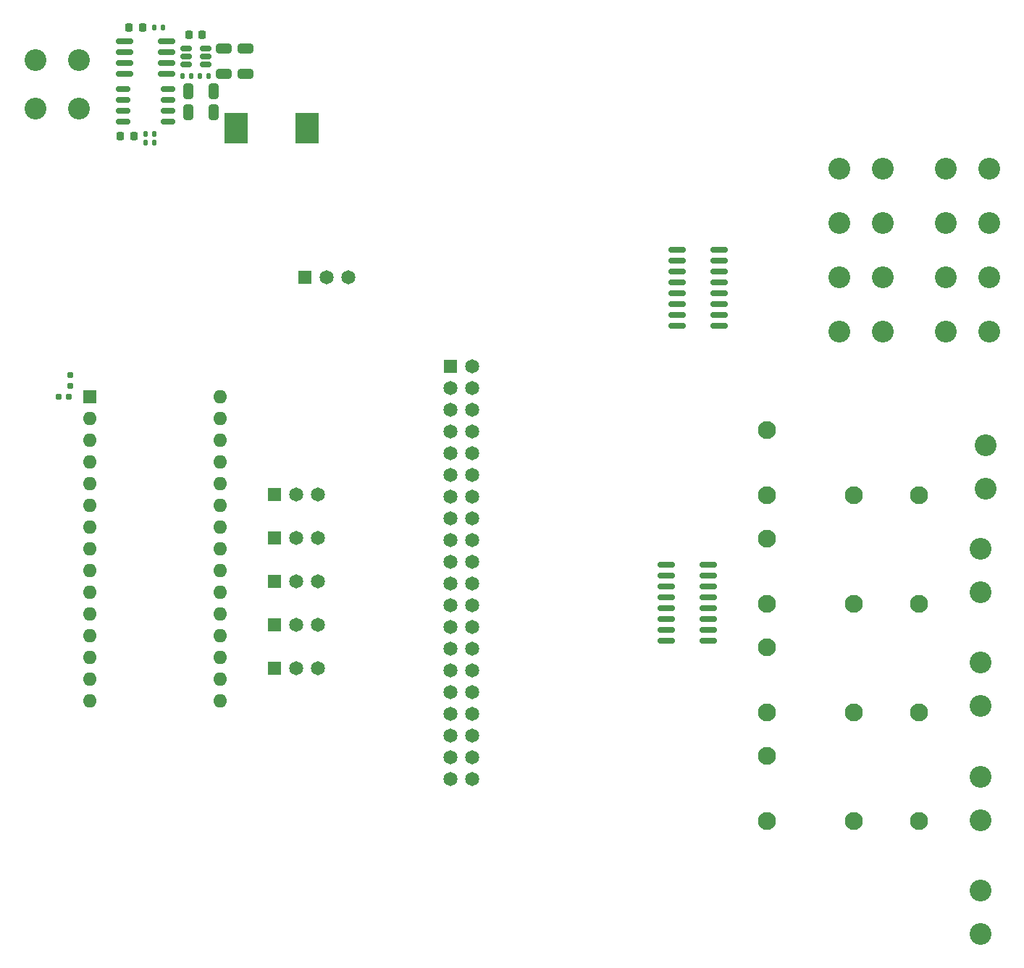
<source format=gbr>
%TF.GenerationSoftware,KiCad,Pcbnew,6.0.8-f2edbf62ab~116~ubuntu20.04.1*%
%TF.CreationDate,2022-10-25T18:56:44-07:00*%
%TF.ProjectId,Control_Board,436f6e74-726f-46c5-9f42-6f6172642e6b,rev?*%
%TF.SameCoordinates,Original*%
%TF.FileFunction,Soldermask,Top*%
%TF.FilePolarity,Negative*%
%FSLAX46Y46*%
G04 Gerber Fmt 4.6, Leading zero omitted, Abs format (unit mm)*
G04 Created by KiCad (PCBNEW 6.0.8-f2edbf62ab~116~ubuntu20.04.1) date 2022-10-25 18:56:44*
%MOMM*%
%LPD*%
G01*
G04 APERTURE LIST*
G04 Aperture macros list*
%AMRoundRect*
0 Rectangle with rounded corners*
0 $1 Rounding radius*
0 $2 $3 $4 $5 $6 $7 $8 $9 X,Y pos of 4 corners*
0 Add a 4 corners polygon primitive as box body*
4,1,4,$2,$3,$4,$5,$6,$7,$8,$9,$2,$3,0*
0 Add four circle primitives for the rounded corners*
1,1,$1+$1,$2,$3*
1,1,$1+$1,$4,$5*
1,1,$1+$1,$6,$7*
1,1,$1+$1,$8,$9*
0 Add four rect primitives between the rounded corners*
20,1,$1+$1,$2,$3,$4,$5,0*
20,1,$1+$1,$4,$5,$6,$7,0*
20,1,$1+$1,$6,$7,$8,$9,0*
20,1,$1+$1,$8,$9,$2,$3,0*%
G04 Aperture macros list end*
%ADD10R,1.650000X1.650000*%
%ADD11C,1.650000*%
%ADD12R,1.600000X1.600000*%
%ADD13O,1.600000X1.600000*%
%ADD14R,2.700000X3.600000*%
%ADD15RoundRect,0.250000X-0.650000X0.325000X-0.650000X-0.325000X0.650000X-0.325000X0.650000X0.325000X0*%
%ADD16C,2.550000*%
%ADD17RoundRect,0.135000X0.135000X0.185000X-0.135000X0.185000X-0.135000X-0.185000X0.135000X-0.185000X0*%
%ADD18C,2.100000*%
%ADD19RoundRect,0.160000X0.197500X0.160000X-0.197500X0.160000X-0.197500X-0.160000X0.197500X-0.160000X0*%
%ADD20RoundRect,0.218750X0.218750X0.256250X-0.218750X0.256250X-0.218750X-0.256250X0.218750X-0.256250X0*%
%ADD21RoundRect,0.250000X-0.325000X-0.650000X0.325000X-0.650000X0.325000X0.650000X-0.325000X0.650000X0*%
%ADD22RoundRect,0.150000X-0.675000X-0.150000X0.675000X-0.150000X0.675000X0.150000X-0.675000X0.150000X0*%
%ADD23RoundRect,0.150000X-0.512500X-0.150000X0.512500X-0.150000X0.512500X0.150000X-0.512500X0.150000X0*%
%ADD24RoundRect,0.150000X-0.825000X-0.150000X0.825000X-0.150000X0.825000X0.150000X-0.825000X0.150000X0*%
%ADD25RoundRect,0.160000X-0.160000X0.197500X-0.160000X-0.197500X0.160000X-0.197500X0.160000X0.197500X0*%
%ADD26RoundRect,0.150000X0.825000X0.150000X-0.825000X0.150000X-0.825000X-0.150000X0.825000X-0.150000X0*%
%ADD27RoundRect,0.225000X-0.225000X-0.250000X0.225000X-0.250000X0.225000X0.250000X-0.225000X0.250000X0*%
G04 APERTURE END LIST*
D10*
%TO.C,A4*%
X68580000Y-90170000D03*
D11*
X71120000Y-90170000D03*
X73660000Y-90170000D03*
%TD*%
D12*
%TO.C,A1*%
X47000000Y-78740000D03*
D13*
X47000000Y-81280000D03*
X47000000Y-83820000D03*
X47000000Y-86360000D03*
X47000000Y-88900000D03*
X47000000Y-91440000D03*
X47000000Y-93980000D03*
X47000000Y-96520000D03*
X47000000Y-99060000D03*
X47000000Y-101600000D03*
X47000000Y-104140000D03*
X47000000Y-106680000D03*
X47000000Y-109220000D03*
X47000000Y-111760000D03*
X47000000Y-114300000D03*
X62240000Y-114300000D03*
X62240000Y-111760000D03*
X62240000Y-109220000D03*
X62240000Y-106680000D03*
X62240000Y-104140000D03*
X62240000Y-101600000D03*
X62240000Y-99060000D03*
X62240000Y-96520000D03*
X62240000Y-93980000D03*
X62240000Y-91440000D03*
X62240000Y-88900000D03*
X62240000Y-86360000D03*
X62240000Y-83820000D03*
X62240000Y-81280000D03*
X62240000Y-78740000D03*
%TD*%
D14*
%TO.C,L1*%
X72398000Y-47371000D03*
X64098000Y-47371000D03*
%TD*%
D15*
%TO.C,C2*%
X65229000Y-38022000D03*
X65229000Y-40972000D03*
%TD*%
D16*
%TO.C,J112*%
X151130000Y-128270000D03*
X151130000Y-123190000D03*
%TD*%
D17*
%TO.C,R6*%
X54563000Y-49022000D03*
X53543000Y-49022000D03*
%TD*%
D18*
%TO.C,K2*%
X126160000Y-103020000D03*
X136320000Y-103020000D03*
X143940000Y-103020000D03*
X126160000Y-95400000D03*
%TD*%
D10*
%TO.C,A0*%
X68580000Y-110490000D03*
D11*
X71120000Y-110490000D03*
X73660000Y-110490000D03*
%TD*%
D19*
%TO.C,R2*%
X44539500Y-78740000D03*
X43344500Y-78740000D03*
%TD*%
D16*
%TO.C,J\u002A\u002A*%
X139700000Y-64770000D03*
X134620000Y-64770000D03*
%TD*%
%TO.C,J2*%
X40640000Y-39435000D03*
X45720000Y-39435000D03*
%TD*%
D20*
%TO.C,D2*%
X52173500Y-48260000D03*
X50598500Y-48260000D03*
%TD*%
D21*
%TO.C,C5*%
X58518000Y-45466000D03*
X61468000Y-45466000D03*
%TD*%
D22*
%TO.C,Q2*%
X50920000Y-42799000D03*
X50920000Y-44069000D03*
X50920000Y-45339000D03*
X50920000Y-46609000D03*
X56170000Y-46609000D03*
X56170000Y-45339000D03*
X56170000Y-44069000D03*
X56170000Y-42799000D03*
%TD*%
D17*
%TO.C,R7*%
X54563000Y-48006000D03*
X53543000Y-48006000D03*
%TD*%
D16*
%TO.C,J\u002A\u002A*%
X152146000Y-58420000D03*
X147066000Y-58420000D03*
%TD*%
%TO.C,J\u002A\u002A*%
X139700000Y-52070000D03*
X134620000Y-52070000D03*
%TD*%
%TO.C,J5*%
X151130000Y-101600000D03*
X151130000Y-96520000D03*
%TD*%
%TO.C,J4*%
X151765000Y-89535000D03*
X151765000Y-84455000D03*
%TD*%
D17*
%TO.C,R4*%
X58881000Y-41275000D03*
X57861000Y-41275000D03*
%TD*%
D10*
%TO.C,J1*%
X89154000Y-75184000D03*
D11*
X91694000Y-75184000D03*
X89154000Y-77724000D03*
X91694000Y-77724000D03*
X89154000Y-80264000D03*
X91694000Y-80264000D03*
X89154000Y-82804000D03*
X91694000Y-82804000D03*
X89154000Y-85344000D03*
X91694000Y-85344000D03*
X89154000Y-87884000D03*
X91694000Y-87884000D03*
X89154000Y-90424000D03*
X91694000Y-90424000D03*
X89154000Y-92964000D03*
X91694000Y-92964000D03*
X89154000Y-95504000D03*
X91694000Y-95504000D03*
X89154000Y-98044000D03*
X91694000Y-98044000D03*
X89154000Y-100584000D03*
X91694000Y-100584000D03*
X89154000Y-103124000D03*
X91694000Y-103124000D03*
X89154000Y-105664000D03*
X91694000Y-105664000D03*
X89154000Y-108204000D03*
X91694000Y-108204000D03*
X89154000Y-110744000D03*
X91694000Y-110744000D03*
X89154000Y-113284000D03*
X91694000Y-113284000D03*
X89154000Y-115824000D03*
X91694000Y-115824000D03*
X89154000Y-118364000D03*
X91694000Y-118364000D03*
X89154000Y-120904000D03*
X91694000Y-120904000D03*
X89154000Y-123444000D03*
X91694000Y-123444000D03*
%TD*%
D18*
%TO.C,K3*%
X126160000Y-115720000D03*
X136320000Y-115720000D03*
X143940000Y-115720000D03*
X126160000Y-108100000D03*
%TD*%
D20*
%TO.C,D1*%
X53189500Y-35560000D03*
X51614500Y-35560000D03*
%TD*%
D17*
%TO.C,R5*%
X60913000Y-41275000D03*
X59893000Y-41275000D03*
%TD*%
D10*
%TO.C,A3*%
X68580000Y-95250000D03*
D11*
X71120000Y-95250000D03*
X73660000Y-95250000D03*
%TD*%
D23*
%TO.C,U3*%
X58249500Y-38039000D03*
X58249500Y-38989000D03*
X58249500Y-39939000D03*
X60524500Y-39939000D03*
X60524500Y-38989000D03*
X60524500Y-38039000D03*
%TD*%
D24*
%TO.C,U2*%
X115635000Y-61595000D03*
X115635000Y-62865000D03*
X115635000Y-64135000D03*
X115635000Y-65405000D03*
X115635000Y-66675000D03*
X115635000Y-67945000D03*
X115635000Y-69215000D03*
X115635000Y-70485000D03*
X120585000Y-70485000D03*
X120585000Y-69215000D03*
X120585000Y-67945000D03*
X120585000Y-66675000D03*
X120585000Y-65405000D03*
X120585000Y-64135000D03*
X120585000Y-62865000D03*
X120585000Y-61595000D03*
%TD*%
D21*
%TO.C,C4*%
X58518000Y-43053000D03*
X61468000Y-43053000D03*
%TD*%
D10*
%TO.C,A2*%
X68580000Y-100330000D03*
D11*
X71120000Y-100330000D03*
X73660000Y-100330000D03*
%TD*%
D18*
%TO.C,K4*%
X126160000Y-128420000D03*
X136320000Y-128420000D03*
X143940000Y-128420000D03*
X126160000Y-120800000D03*
%TD*%
D25*
%TO.C,R1*%
X44704000Y-76275000D03*
X44704000Y-77470000D03*
%TD*%
D10*
%TO.C,A1*%
X68580000Y-105410000D03*
D11*
X71120000Y-105410000D03*
X73660000Y-105410000D03*
%TD*%
D16*
%TO.C,J3*%
X40640000Y-45085000D03*
X45720000Y-45085000D03*
%TD*%
D15*
%TO.C,C1*%
X62689000Y-38022000D03*
X62689000Y-40972000D03*
%TD*%
D16*
%TO.C,J\u002A\u002A*%
X152146000Y-71120000D03*
X147066000Y-71120000D03*
%TD*%
%TO.C,J6*%
X151130000Y-114935000D03*
X151130000Y-109855000D03*
%TD*%
D18*
%TO.C,K1*%
X126160000Y-90320000D03*
X136320000Y-90320000D03*
X143940000Y-90320000D03*
X126160000Y-82700000D03*
%TD*%
D16*
%TO.C,J\u002A\u002A*%
X152146000Y-64770000D03*
X147066000Y-64770000D03*
%TD*%
D10*
%TO.C,T/H*%
X72136000Y-64770000D03*
D11*
X74676000Y-64770000D03*
X77216000Y-64770000D03*
%TD*%
D26*
%TO.C,Q1*%
X56020000Y-41021000D03*
X56020000Y-39751000D03*
X56020000Y-38481000D03*
X56020000Y-37211000D03*
X51070000Y-37211000D03*
X51070000Y-38481000D03*
X51070000Y-39751000D03*
X51070000Y-41021000D03*
%TD*%
D16*
%TO.C,J\u002A\u002A*%
X139700000Y-58420000D03*
X134620000Y-58420000D03*
%TD*%
%TO.C,J8*%
X151130000Y-141605000D03*
X151130000Y-136525000D03*
%TD*%
D27*
%TO.C,C3*%
X58612000Y-36449000D03*
X60162000Y-36449000D03*
%TD*%
D17*
%TO.C,R3*%
X55579000Y-35560000D03*
X54559000Y-35560000D03*
%TD*%
D24*
%TO.C,U1*%
X114365000Y-98425000D03*
X114365000Y-99695000D03*
X114365000Y-100965000D03*
X114365000Y-102235000D03*
X114365000Y-103505000D03*
X114365000Y-104775000D03*
X114365000Y-106045000D03*
X114365000Y-107315000D03*
X119315000Y-107315000D03*
X119315000Y-106045000D03*
X119315000Y-104775000D03*
X119315000Y-103505000D03*
X119315000Y-102235000D03*
X119315000Y-100965000D03*
X119315000Y-99695000D03*
X119315000Y-98425000D03*
%TD*%
D16*
%TO.C,J\u002A\u002A*%
X152146000Y-52070000D03*
X147066000Y-52070000D03*
%TD*%
%TO.C,J\u002A\u002A*%
X139700000Y-71120000D03*
X134620000Y-71120000D03*
%TD*%
M02*

</source>
